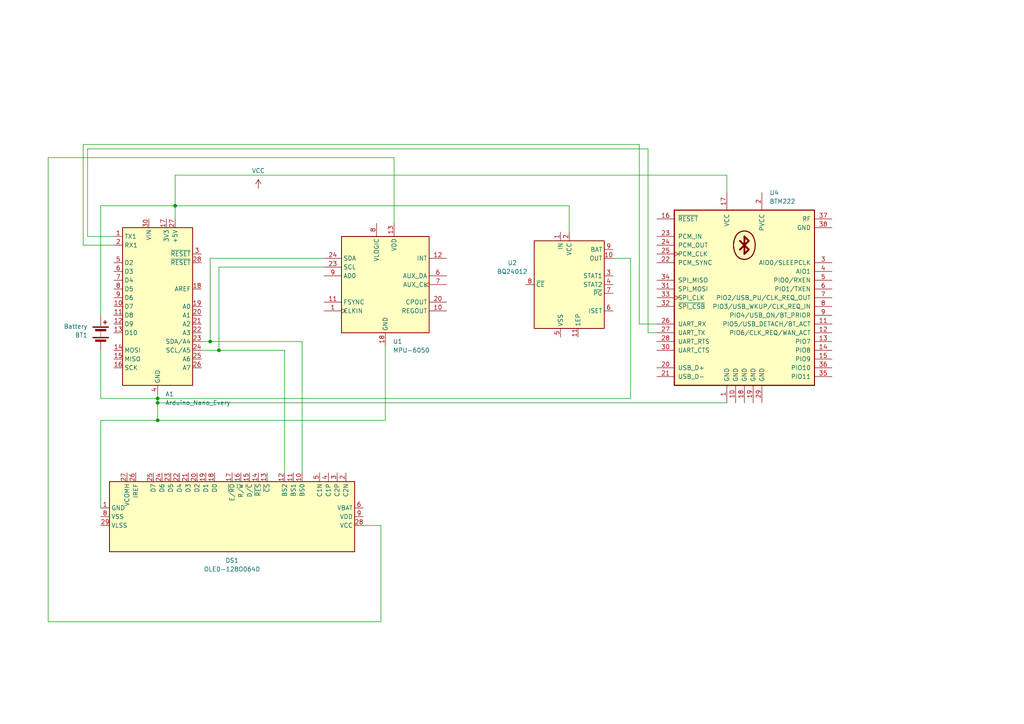
<source format=kicad_sch>
(kicad_sch (version 20231120) (generator "eeschema") (generator_version "8.0")
  (paper "A4")
  (lib_symbols
    (symbol "Battery_Management:BQ24012"
      (property "Reference" "U" (at -10.16 15.24 0))
      (property "Value" "BQ24012" (at -12.7 17.78 0))
      (symbol "BQ24012_0_1"
        (rectangle (start -10.16 12.7) (end 10.16 -12.7) (stroke (width 0.254)) (fill (type background)))
      )
      (symbol "BQ24012_1_1"
        (pin power_in line (at -2.54 15.24 270) (length 2.54) (name "IN") (number "1"))
        (pin power_out line (at 12.7 7.62 180) (length 2.54) (name "OUT") (number "10"))
        (pin passive line (at 2.54 -15.24 90) (length 2.54) (name "1EP") (number "11"))
        (pin power_in line (at 0 15.24 270) (length 2.54) (name "VCC") (number "2"))
        (pin open_collector line (at 12.7 2.54 180) (length 2.54) (name "STAT1") (number "3"))
        (pin open_collector line (at 12.7 0 180) (length 2.54) (name "STAT2") (number "4"))
        (pin power_in line (at -2.54 -15.24 90) (length 2.54) (name "VSS") (number "5"))
        (pin output line (at 12.7 -7.62 180) (length 2.54) (name "ISET") (number "6"))
        (pin open_collector line (at 12.7 -2.54 180) (length 2.54) (name "~{PG}") (number "7"))
        (pin input line (at -12.7 0 0) (length 2.54) (name "~{CE}") (number "8"))
        (pin input line (at 12.7 10.16 180) (length 2.54) (name "BAT") (number "9"))
      )
    )
    (symbol "Device:Battery" (pin_numbers hide) (pin_names (offset 0) hide)
      (property "Reference" "BT" (at 2.54 2.54 0))
      (property "Value" "Battery" (at 2.54 0 0))
      (symbol "Battery_0_1"
        (rectangle (start -2.286 -1.27) (end 2.286 -1.524) (fill (type outline)))
        (rectangle (start -2.286 1.778) (end 2.286 1.524) (fill (type outline)))
        (rectangle (start -1.524 -2.032) (end 1.524 -2.54) (fill (type outline)))
        (rectangle (start -1.524 1.016) (end 1.524 0.508) (fill (type outline)))
        (polyline (pts (xy 0 -1.016) (xy 0 -0.762)))
        (polyline (pts (xy 0 -0.508) (xy 0 -0.254)))
        (polyline (pts (xy 0 0) (xy 0 0.254)))
        (polyline (pts (xy 0 1.778) (xy 0 2.54)))
        (polyline (pts (xy 0.762 3.048) (xy 1.778 3.048)) (stroke (width 0.254)))
        (polyline (pts (xy 1.27 3.556) (xy 1.27 2.54)) (stroke (width 0.254)))
      )
      (symbol "Battery_1_1"
        (pin passive line (at 0 5.08 270) (length 2.54) (name "+") (number "1"))
        (pin passive line (at 0 -5.08 90) (length 2.54) (name "-") (number "2"))
      )
    )
    (symbol "Display_Graphic:OLED-128O064D"
      (property "Reference" "DS" (at -10.16 38.1 0))
      (property "Value" "OLED-128O064D" (at 12.7 38.1 0))
      (symbol "OLED-128O064D_0_1"
        (rectangle (start -10.16 35.56) (end 10.16 -35.56) (stroke (width 0.254)) (fill (type background)))
      )
      (symbol "OLED-128O064D_1_1"
        (pin power_in line (at -2.54 -38.1 90) (length 2.54) (name "GND") (number "1"))
        (pin input line (at -12.7 20.32 0) (length 2.54) (name "BS0") (number "10"))
        (pin input line (at -12.7 17.78 0) (length 2.54) (name "BS1") (number "11"))
        (pin input line (at -12.7 15.24 0) (length 2.54) (name "BS2") (number "12"))
        (pin input line (at -12.7 10.16 0) (length 2.54) (name "~{CS}") (number "13"))
        (pin input line (at -12.7 7.62 0) (length 2.54) (name "~{RES}") (number "14"))
        (pin input line (at -12.7 5.08 0) (length 2.54) (name "D/~{C}") (number "15"))
        (pin input line (at -12.7 2.54 0) (length 2.54) (name "R/~{W}") (number "16"))
        (pin input line (at -12.7 0 0) (length 2.54) (name "E/~{RD}") (number "17"))
        (pin bidirectional line (at -12.7 -5.08 0) (length 2.54) (name "D0") (number "18"))
        (pin bidirectional line (at -12.7 -7.62 0) (length 2.54) (name "D1") (number "19"))
        (pin passive line (at -12.7 33.02 0) (length 2.54) (name "C2N") (number "2"))
        (pin bidirectional line (at -12.7 -10.16 0) (length 2.54) (name "D2") (number "20"))
        (pin bidirectional line (at -12.7 -12.7 0) (length 2.54) (name "D3") (number "21"))
        (pin bidirectional line (at -12.7 -15.24 0) (length 2.54) (name "D4") (number "22"))
        (pin bidirectional line (at -12.7 -17.78 0) (length 2.54) (name "D5") (number "23"))
        (pin bidirectional line (at -12.7 -20.32 0) (length 2.54) (name "D6") (number "24"))
        (pin bidirectional line (at -12.7 -22.86 0) (length 2.54) (name "D7") (number "25"))
        (pin passive line (at -12.7 -27.94 0) (length 2.54) (name "IREF") (number "26"))
        (pin passive line (at -12.7 -30.48 0) (length 2.54) (name "VCOMH") (number "27"))
        (pin power_in line (at 2.54 38.1 270) (length 2.54) (name "VCC") (number "28"))
        (pin power_in line (at 2.54 -38.1 90) (length 2.54) (name "VLSS") (number "29"))
        (pin passive line (at -12.7 30.48 0) (length 2.54) (name "C2P") (number "3"))
        (pin passive line (at -2.54 -38.1 90) (length 2.54) hide (name "GND") (number "30"))
        (pin passive line (at -12.7 27.94 0) (length 2.54) (name "C1P") (number "4"))
        (pin passive line (at -12.7 25.4 0) (length 2.54) (name "C1N") (number "5"))
        (pin power_in line (at -2.54 38.1 270) (length 2.54) (name "VBAT") (number "6"))
        (pin no_connect line (at 10.16 0 180) (length 2.54) hide (name "NC") (number "7"))
        (pin power_in line (at 0 -38.1 90) (length 2.54) (name "VSS") (number "8"))
        (pin power_in line (at 0 38.1 270) (length 2.54) (name "VDD") (number "9"))
      )
    )
    (symbol "MCU_Module:Arduino_Nano_Every"
      (property "Reference" "A" (at -10.16 23.495 0))
      (property "Value" "Arduino_Nano_Every" (at 5.08 -24.13 0))
      (symbol "Arduino_Nano_Every_0_1"
        (rectangle (start -10.16 22.86) (end 10.16 -22.86) (stroke (width 0.254)) (fill (type background)))
      )
      (symbol "Arduino_Nano_Every_1_1"
        (pin bidirectional line (at -12.7 20.32 0) (length 2.54) (name "TX1") (number "1"))
        (pin bidirectional line (at -12.7 0 0) (length 2.54) (name "D7") (number "10"))
        (pin bidirectional line (at -12.7 -2.54 0) (length 2.54) (name "D8") (number "11"))
        (pin bidirectional line (at -12.7 -5.08 0) (length 2.54) (name "D9") (number "12"))
        (pin bidirectional line (at -12.7 -7.62 0) (length 2.54) (name "D10") (number "13"))
        (pin bidirectional line (at -12.7 -12.7 0) (length 2.54) (name "MOSI") (number "14"))
        (pin bidirectional line (at -12.7 -15.24 0) (length 2.54) (name "MISO") (number "15"))
        (pin bidirectional line (at -12.7 -17.78 0) (length 2.54) (name "SCK") (number "16"))
        (pin power_out line (at 2.54 25.4 270) (length 2.54) (name "3V3") (number "17"))
        (pin input line (at 12.7 5.08 180) (length 2.54) (name "AREF") (number "18"))
        (pin bidirectional line (at 12.7 0 180) (length 2.54) (name "A0") (number "19"))
        (pin bidirectional line (at -12.7 17.78 0) (length 2.54) (name "RX1") (number "2"))
        (pin bidirectional line (at 12.7 -2.54 180) (length 2.54) (name "A1") (number "20"))
        (pin bidirectional line (at 12.7 -5.08 180) (length 2.54) (name "A2") (number "21"))
        (pin bidirectional line (at 12.7 -7.62 180) (length 2.54) (name "A3") (number "22"))
        (pin bidirectional line (at 12.7 -10.16 180) (length 2.54) (name "SDA/A4") (number "23"))
        (pin bidirectional line (at 12.7 -12.7 180) (length 2.54) (name "SCL/A5") (number "24"))
        (pin bidirectional line (at 12.7 -15.24 180) (length 2.54) (name "A6") (number "25"))
        (pin bidirectional line (at 12.7 -17.78 180) (length 2.54) (name "A7") (number "26"))
        (pin power_out line (at 5.08 25.4 270) (length 2.54) (name "+5V") (number "27"))
        (pin input line (at 12.7 12.7 180) (length 2.54) (name "~{RESET}") (number "28"))
        (pin passive line (at 0 -25.4 90) (length 2.54) hide (name "GND") (number "29"))
        (pin input line (at 12.7 15.24 180) (length 2.54) (name "~{RESET}") (number "3"))
        (pin power_in line (at -2.54 25.4 270) (length 2.54) (name "VIN") (number "30"))
        (pin power_in line (at 0 -25.4 90) (length 2.54) (name "GND") (number "4"))
        (pin bidirectional line (at -12.7 12.7 0) (length 2.54) (name "D2") (number "5"))
        (pin bidirectional line (at -12.7 10.16 0) (length 2.54) (name "D3") (number "6"))
        (pin bidirectional line (at -12.7 7.62 0) (length 2.54) (name "D4") (number "7"))
        (pin bidirectional line (at -12.7 5.08 0) (length 2.54) (name "D5") (number "8"))
        (pin bidirectional line (at -12.7 2.54 0) (length 2.54) (name "D6") (number "9"))
      )
    )
    (symbol "RF_Bluetooth:BTM222" (pin_names (offset 1.016))
      (property "Reference" "U" (at -20.32 29.21 0))
      (property "Value" "BTM222" (at -20.32 26.67 0))
      (symbol "BTM222_0_1"
        (rectangle (start -20.32 25.4) (end 20.32 -25.4) (stroke (width 0.254)) (fill (type background)))
        (rectangle (start -20.32 25.4) (end 20.32 -25.4) (stroke (width 0.254)) (fill (type background)))
        (rectangle (start -20.32 25.4) (end 20.32 -25.4) (stroke (width 0.254)) (fill (type background)))
        (arc (start -2.54 12.7) (mid 0 11.1302) (end 2.54 12.7) (stroke (width 0.254)) (fill (type background)))
        (arc (start -2.54 12.7) (mid 0 11.1302) (end 2.54 12.7) (stroke (width 0.254)) (fill (type background)))
        (arc (start -2.54 12.7) (mid 0 11.1302) (end 2.54 12.7) (stroke (width 0.254)) (fill (type background)))
        (arc (start -2.54 17.78) (mid -3.1396 15.24) (end -2.54 12.7) (stroke (width 0.254)) (fill (type background)))
        (arc (start -2.54 17.78) (mid -3.1396 15.24) (end -2.54 12.7) (stroke (width 0.254)) (fill (type background)))
        (arc (start -2.54 17.78) (mid -3.1396 15.24) (end -2.54 12.7) (stroke (width 0.254)) (fill (type background)))
        (polyline (pts (xy 0 15.24) (xy -1.27 13.97)) (stroke (width 0.508)))
        (polyline (pts (xy 0 15.24) (xy -1.27 13.97)) (stroke (width 0.508)))
        (polyline (pts (xy 0 15.24) (xy -1.27 16.51)) (stroke (width 0.508)))
        (polyline (pts (xy 0 15.24) (xy -1.27 16.51)) (stroke (width 0.508)))
        (polyline (pts (xy 0 17.78) (xy 1.27 16.51) (xy 0 15.24) (xy 1.27 13.97) (xy 0 12.7) (xy 0 17.78)) (stroke (width 0.508)))
        (polyline (pts (xy 0 17.78) (xy 1.27 16.51) (xy 0 15.24) (xy 1.27 13.97) (xy 0 12.7) (xy 0 17.78)) (stroke (width 0.508)))
        (arc (start 2.54 12.7) (mid 3.1396 15.24) (end 2.54 17.78) (stroke (width 0.254)) (fill (type background)))
        (arc (start 2.54 12.7) (mid 3.1396 15.24) (end 2.54 17.78) (stroke (width 0.254)) (fill (type background)))
        (arc (start 2.54 17.78) (mid 0 19.3498) (end -2.54 17.78) (stroke (width 0.254)) (fill (type background)))
        (arc (start 2.54 17.78) (mid 0 19.3498) (end -2.54 17.78) (stroke (width 0.254)) (fill (type background)))
        (arc (start 2.54 17.78) (mid 0 19.3498) (end -2.54 17.78) (stroke (width 0.254)) (fill (type background)))
      )
      (symbol "BTM222_1_1"
        (pin power_in line (at -5.08 -30.48 90) (length 5.08) (name "GND") (number "1"))
        (pin power_in line (at -2.54 -30.48 90) (length 5.08) (name "GND") (number "10"))
        (pin bidirectional line (at 25.4 -7.62 180) (length 5.08) (name "PIO5/USB_DETACH/BT_ACT") (number "11"))
        (pin bidirectional line (at 25.4 -10.16 180) (length 5.08) (name "PIO6/CLK_REQ/WAN_ACT") (number "12"))
        (pin bidirectional line (at 25.4 -12.7 180) (length 5.08) (name "PIO7") (number "13"))
        (pin bidirectional line (at 25.4 -15.24 180) (length 5.08) (name "PIO8") (number "14"))
        (pin bidirectional line (at 25.4 -17.78 180) (length 5.08) (name "PIO9") (number "15"))
        (pin input line (at -25.4 22.86 0) (length 5.08) (name "~{RESET}") (number "16"))
        (pin power_in line (at -5.08 30.48 270) (length 5.08) (name "VCC") (number "17"))
        (pin power_in line (at 0 -30.48 90) (length 5.08) (name "GND") (number "18"))
        (pin power_in line (at 2.54 -30.48 90) (length 5.08) (name "GND") (number "19"))
        (pin power_in line (at 5.08 30.48 270) (length 5.08) (name "PVCC") (number "2"))
        (pin bidirectional line (at -25.4 -20.32 0) (length 5.08) (name "USB_D+") (number "20"))
        (pin bidirectional line (at -25.4 -22.86 0) (length 5.08) (name "USB_D-") (number "21"))
        (pin bidirectional line (at -25.4 10.16 0) (length 5.08) (name "PCM_SYNC") (number "22"))
        (pin input line (at -25.4 17.78 0) (length 5.08) (name "PCM_IN") (number "23"))
        (pin output line (at -25.4 15.24 0) (length 5.08) (name "PCM_OUT") (number "24"))
        (pin bidirectional clock (at -25.4 12.7 0) (length 5.08) (name "PCM_CLK") (number "25"))
        (pin input line (at -25.4 -7.62 0) (length 5.08) (name "UART_RX") (number "26"))
        (pin output line (at -25.4 -10.16 0) (length 5.08) (name "UART_TX") (number "27"))
        (pin output line (at -25.4 -12.7 0) (length 5.08) (name "UART_RTS") (number "28"))
        (pin power_in line (at 5.08 -30.48 90) (length 5.08) (name "GND") (number "29"))
        (pin bidirectional line (at 25.4 10.16 180) (length 5.08) (name "AIO0/SLEEPCLK") (number "3"))
        (pin input line (at -25.4 -15.24 0) (length 5.08) (name "UART_CTS") (number "30"))
        (pin input line (at -25.4 2.54 0) (length 5.08) (name "SPI_MOSI") (number "31"))
        (pin input line (at -25.4 -2.54 0) (length 5.08) (name "~{SPI_CSB}") (number "32"))
        (pin input clock (at -25.4 0 0) (length 5.08) (name "SPI_CLK") (number "33"))
        (pin output line (at -25.4 5.08 0) (length 5.08) (name "SPI_MISO") (number "34"))
        (pin bidirectional line (at 25.4 -22.86 180) (length 5.08) (name "PIO11") (number "35"))
        (pin bidirectional line (at 25.4 -20.32 180) (length 5.08) (name "PIO10") (number "36"))
        (pin passive line (at 25.4 22.86 180) (length 5.08) (name "RF") (number "37"))
        (pin power_in line (at 25.4 20.32 180) (length 5.08) (name "GND") (number "38"))
        (pin bidirectional line (at 25.4 7.62 180) (length 5.08) (name "AIO1") (number "4"))
        (pin bidirectional line (at 25.4 5.08 180) (length 5.08) (name "PIO0/RXEN") (number "5"))
        (pin bidirectional line (at 25.4 2.54 180) (length 5.08) (name "PIO1/TXEN") (number "6"))
        (pin bidirectional line (at 25.4 0 180) (length 5.08) (name "PIO2/USB_PU/CLK_REQ_OUT") (number "7"))
        (pin bidirectional line (at 25.4 -2.54 180) (length 5.08) (name "PIO3/USB_WKUP/CLK_REQ_IN") (number "8"))
        (pin bidirectional line (at 25.4 -5.08 180) (length 5.08) (name "PIO4/USB_ON/BT_PRIOR") (number "9"))
      )
    )
    (symbol "Sensor_Motion:MPU-6050"
      (property "Reference" "U" (at -11.43 13.97 0))
      (property "Value" "MPU-6050" (at 7.62 -15.24 0))
      (symbol "MPU-6050_0_0"
        (text "" (at 12.7 -2.54 0) (effects (font (size 1.27 1.27))))
      )
      (symbol "MPU-6050_0_1"
        (rectangle (start -12.7 13.97) (end 12.7 -13.97) (stroke (width 0.254)) (fill (type background)))
      )
      (symbol "MPU-6050_1_1"
        (pin input clock (at -17.78 -7.62 0) (length 5.08) (name "CLKIN") (number "1"))
        (pin passive line (at 17.78 -7.62 180) (length 5.08) (name "REGOUT") (number "10"))
        (pin input line (at -17.78 -5.08 0) (length 5.08) (name "FSYNC") (number "11"))
        (pin output line (at 17.78 7.62 180) (length 5.08) (name "INT") (number "12"))
        (pin power_in line (at 2.54 17.78 270) (length 3.81) (name "VDD") (number "13"))
        (pin no_connect line (at -12.7 -10.16 0) (length 2.54) hide (name "NC") (number "14"))
        (pin no_connect line (at 12.7 12.7 180) (length 2.54) hide (name "NC") (number "15"))
        (pin no_connect line (at 12.7 10.16 180) (length 2.54) hide (name "NC") (number "16"))
        (pin no_connect line (at 12.7 5.08 180) (length 2.54) hide (name "NC") (number "17"))
        (pin power_in line (at 0 -17.78 90) (length 3.81) (name "GND") (number "18"))
        (pin no_connect line (at 12.7 -10.16 180) (length 2.54) hide (name "RESV") (number "19"))
        (pin no_connect line (at -12.7 12.7 0) (length 2.54) hide (name "NC") (number "2"))
        (pin passive line (at 17.78 -5.08 180) (length 5.08) (name "CPOUT") (number "20"))
        (pin no_connect line (at 12.7 -2.54 180) (length 2.54) hide (name "RESV") (number "21"))
        (pin no_connect line (at 12.7 -12.7 180) (length 2.54) hide (name "RESV") (number "22"))
        (pin input line (at -17.78 5.08 0) (length 5.08) (name "SCL") (number "23"))
        (pin bidirectional line (at -17.78 7.62 0) (length 5.08) (name "SDA") (number "24"))
        (pin no_connect line (at -12.7 10.16 0) (length 2.54) hide (name "NC") (number "3"))
        (pin no_connect line (at -12.7 0 0) (length 2.54) hide (name "NC") (number "4"))
        (pin no_connect line (at -12.7 -2.54 0) (length 2.54) hide (name "NC") (number "5"))
        (pin bidirectional line (at 17.78 2.54 180) (length 5.08) (name "AUX_DA") (number "6"))
        (pin output clock (at 17.78 0 180) (length 5.08) (name "AUX_CL") (number "7"))
        (pin power_in line (at -2.54 17.78 270) (length 3.81) (name "VLOGIC") (number "8"))
        (pin input line (at -17.78 2.54 0) (length 5.08) (name "AD0") (number "9"))
      )
    )
    (symbol "power:VCC" (power) (pin_numbers hide) (pin_names (offset 0) hide)
      (property "Value" "VCC" (at 0 3.556 0))
      (symbol "VCC_0_1"
        (polyline (pts (xy -0.762 1.27) (xy 0 2.54)))
        (polyline (pts (xy 0 0) (xy 0 2.54)))
        (polyline (pts (xy 0 2.54) (xy 0.762 1.27)))
      )
      (symbol "VCC_1_1"
        (pin power_in line (at 0 0 90) (length 0) (name "~") (number "1"))
      )
    )
  )
  (junction (at 45.72 116.84))
  (junction (at 45.72 115.57))
  (junction (at 45.72 121.92))
  (junction (at 60.96 99.06))
  (junction (at 50.8 59.69))
  (junction (at 63.5 101.6))
  (wire (pts (xy 24.13 71.12) (xy 33.02 71.12)))
  (wire (pts (xy 60.96 74.93) (xy 93.98 74.93)))
  (wire (pts (xy 87.63 99.06) (xy 87.63 137.16)))
  (wire (pts (xy 58.42 99.06) (xy 60.96 99.06)))
  (wire (pts (xy 114.3 45.72) (xy 114.3 64.77)))
  (wire (pts (xy 210.82 50.8) (xy 50.8 50.8)))
  (wire (pts (xy 82.55 101.6) (xy 82.55 137.16)))
  (wire (pts (xy 45.72 121.92) (xy 111.76 121.92)))
  (wire (pts (xy 29.21 59.69) (xy 50.8 59.69)))
  (wire (pts (xy 177.8 74.93) (xy 182.88 74.93)))
  (wire (pts (xy 110.49 152.4) (xy 105.41 152.4)))
  (wire (pts (xy 63.5 101.6) (xy 82.55 101.6)))
  (wire (pts (xy 190.5 96.52) (xy 187.96 96.52)))
  (wire (pts (xy 60.96 99.06) (xy 60.96 74.93)))
  (wire (pts (xy 63.5 77.47) (xy 93.98 77.47)))
  (wire (pts (xy 63.5 101.6) (xy 63.5 77.47)))
  (wire (pts (xy 165.1 59.69) (xy 50.8 59.69)))
  (wire (pts (xy 110.49 180.34) (xy 110.49 152.4)))
  (wire (pts (xy 187.96 96.52) (xy 187.96 43.18)))
  (wire (pts (xy 165.1 67.31) (xy 165.1 59.69)))
  (wire (pts (xy 13.97 180.34) (xy 110.49 180.34)))
  (wire (pts (xy 50.8 50.8) (xy 50.8 59.69)))
  (wire (pts (xy 190.5 93.98) (xy 185.42 93.98)))
  (wire (pts (xy 13.97 45.72) (xy 13.97 180.34)))
  (wire (pts (xy 60.96 99.06) (xy 87.63 99.06)))
  (wire (pts (xy 24.13 41.91) (xy 24.13 71.12)))
  (wire (pts (xy 45.72 116.84) (xy 45.72 121.92)))
  (wire (pts (xy 25.4 68.58) (xy 33.02 68.58)))
  (wire (pts (xy 29.21 115.57) (xy 45.72 115.57)))
  (wire (pts (xy 25.4 43.18) (xy 25.4 68.58)))
  (wire (pts (xy 29.21 101.6) (xy 29.21 115.57)))
  (wire (pts (xy 50.8 63.5) (xy 50.8 59.69)))
  (wire (pts (xy 45.72 121.92) (xy 29.21 121.92)))
  (wire (pts (xy 58.42 101.6) (xy 63.5 101.6)))
  (wire (pts (xy 111.76 121.92) (xy 111.76 100.33)))
  (wire (pts (xy 185.42 41.91) (xy 24.13 41.91)))
  (wire (pts (xy 13.97 45.72) (xy 114.3 45.72)))
  (wire (pts (xy 182.88 74.93) (xy 182.88 115.57)))
  (wire (pts (xy 210.82 55.88) (xy 210.82 50.8)))
  (wire (pts (xy 29.21 91.44) (xy 29.21 59.69)))
  (wire (pts (xy 45.72 114.3) (xy 45.72 115.57)))
  (wire (pts (xy 182.88 115.57) (xy 45.72 115.57)))
  (wire (pts (xy 185.42 93.98) (xy 185.42 41.91)))
  (wire (pts (xy 29.21 121.92) (xy 29.21 147.32)))
  (wire (pts (xy 45.72 116.84) (xy 210.82 116.84)))
  (wire (pts (xy 187.96 43.18) (xy 25.4 43.18)))
  (wire (pts (xy 45.72 115.57) (xy 45.72 116.84)))
  (symbol (lib_id "power:VCC") (at 74.93 54.61 0) (unit 1)
    (property "Reference" "#PWR01" (effects (hide yes)))
    (property "Value" "VCC" (at 74.93 49.53 0))
    (property "Description" "Power symbol creates a global label with name \"VCC\"" (effects (hide yes)))
  )
  (symbol (lib_id "Battery_Management:BQ24012") (at 165.1 82.55 0) (unit 1)
    (property "Reference" "U2" (at 148.59 76.2314 0))
    (property "Value" "BQ24012" (at 148.59 78.7714 0))
    (property "Footprint" "Package_SON:VSON-10-1EP_3x3mm_P0.5mm_EP1.65x2.4mm_ThermalVias" (effects (hide yes)))
    (property "Datasheet" "http://www.ti.com/lit/ds/symlink/bq24012.pdf" (effects (hide yes)))
    (property "Description" "Single-Chip Li-Ion Charge Management IC, DFN-10" (effects (hide yes)))
  )
  (symbol (lib_id "Device:Battery") (at 29.21 96.52 0) (unit 1)
    (property "Reference" "BT1" (at 25.4 97.2186 0) (effects (justify right)))
    (property "Value" "Battery" (at 25.4 94.6786 0) (effects (justify right)))
    (property "Description" "Multiple-cell battery" (effects (hide yes)))
  )
  (symbol (lib_id "MCU_Module:Arduino_Nano_Every") (at 45.72 88.9 0) (unit 1)
    (property "Reference" "A1" (at 47.9141 114.3 0) (effects (justify left)))
    (property "Value" "Arduino_Nano_Every" (at 47.9141 116.84 0) (effects (justify left)))
    (property "Footprint" "Module:Arduino_Nano" (effects (hide yes)))
    (property "Datasheet" "https://content.arduino.cc/assets/NANOEveryV3.0_sch.pdf" (effects (hide yes)))
    (property "Description" "Arduino Nano Every" (effects (hide yes)))
  )
  (symbol (lib_id "Display_Graphic:OLED-128O064D") (at 67.31 149.86 270) (unit 1)
    (property "Reference" "DS1" (at 67.31 162.56 90))
    (property "Value" "OLED-128O064D" (at 67.31 165.1 90))
    (property "Footprint" "Display:OLED-128O064D" (effects (hide yes)))
    (property "Datasheet" "https://www.vishay.com/docs/37902/oled128o064dbpp3n00000.pdf" (effects (hide yes)))
    (property "Description" "OLED display 128x64" (effects (hide yes)))
  )
  (symbol (lib_id "Sensor_Motion:MPU-6050") (at 111.76 82.55 0) (unit 1)
    (property "Reference" "U1" (at 113.9541 99.06 0) (effects (justify left)))
    (property "Value" "MPU-6050" (at 113.9541 101.6 0) (effects (justify left)))
    (property "Footprint" "Sensor_Motion:InvenSense_QFN-24_4x4mm_P0.5mm" (effects (hide yes)))
    (property "Datasheet" "https://invensense.tdk.com/wp-content/uploads/2015/02/MPU-6000-Datasheet1.pdf" (effects (hide yes)))
    (property "Description" "InvenSense 6-Axis Motion Sensor, Gyroscope, Accelerometer, I2C" (effects (hide yes)))
  )
  (symbol (lib_id "RF_Bluetooth:BTM222") (at 215.9 86.36 0) (unit 1)
    (property "Reference" "U4" (at 223.1741 55.88 0) (effects (justify left)))
    (property "Value" "BTM222" (at 223.1741 58.42 0) (effects (justify left)))
    (property "Datasheet" "https://www.tme.eu/de/Document/b90358c53cd65c9b10d2914f55812666/btm222_datasheet.pdf" (effects (hide yes)))
    (property "Description" "Bluetooth SPP Module, UART, Class 1" (effects (hide yes)))
  )
)
</source>
